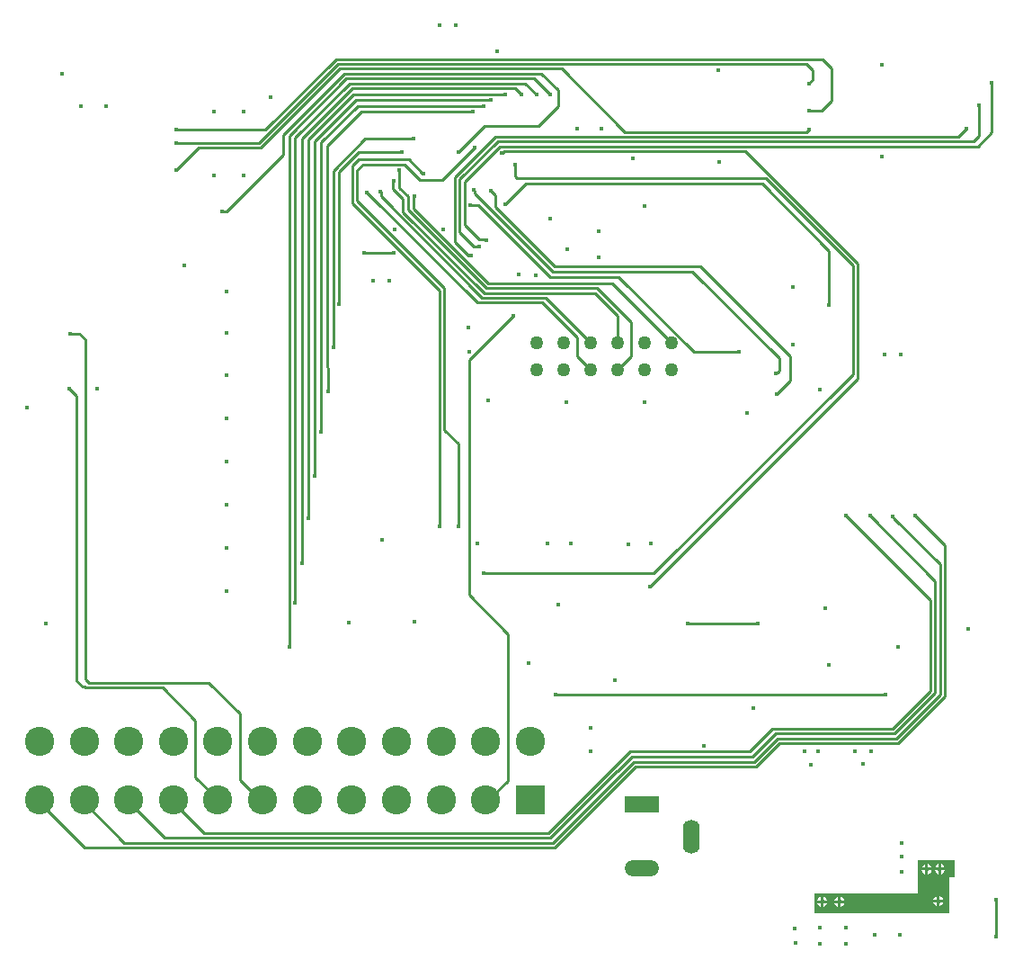
<source format=gbl>
G04*
G04 #@! TF.GenerationSoftware,Altium Limited,Altium Designer,24.6.1 (21)*
G04*
G04 Layer_Physical_Order=4*
G04 Layer_Color=16711680*
%FSLAX44Y44*%
%MOMM*%
G71*
G04*
G04 #@! TF.SameCoordinates,AFB4F5FC-0506-43F6-848E-FD61737C44D3*
G04*
G04*
G04 #@! TF.FilePolarity,Positive*
G04*
G01*
G75*
%ADD14C,0.2540*%
%ADD50R,2.7500X2.7500*%
%ADD51C,2.7500*%
%ADD52C,1.2700*%
%ADD53R,3.2000X1.6000*%
G04:AMPARAMS|DCode=54|XSize=3.2mm|YSize=1.6mm|CornerRadius=0.8mm|HoleSize=0mm|Usage=FLASHONLY|Rotation=180.000|XOffset=0mm|YOffset=0mm|HoleType=Round|Shape=RoundedRectangle|*
%AMROUNDEDRECTD54*
21,1,3.2000,0.0000,0,0,180.0*
21,1,1.6000,1.6000,0,0,180.0*
1,1,1.6000,-0.8000,0.0000*
1,1,1.6000,0.8000,0.0000*
1,1,1.6000,0.8000,0.0000*
1,1,1.6000,-0.8000,0.0000*
%
%ADD54ROUNDEDRECTD54*%
G04:AMPARAMS|DCode=55|XSize=1.6mm|YSize=3.2mm|CornerRadius=0.8mm|HoleSize=0mm|Usage=FLASHONLY|Rotation=180.000|XOffset=0mm|YOffset=0mm|HoleType=Round|Shape=RoundedRectangle|*
%AMROUNDEDRECTD55*
21,1,1.6000,1.6000,0,0,180.0*
21,1,0.0000,3.2000,0,0,180.0*
1,1,1.6000,0.0000,0.8000*
1,1,1.6000,0.0000,0.8000*
1,1,1.6000,0.0000,-0.8000*
1,1,1.6000,0.0000,-0.8000*
%
%ADD55ROUNDEDRECTD55*%
%ADD76C,0.4500*%
G36*
X1678151Y328930D02*
X1672590D01*
Y294640D01*
X1545590D01*
Y313690D01*
X1643380D01*
Y345231D01*
X1678151D01*
Y328930D01*
D02*
G37*
%LPC*%
G36*
X1664970Y341209D02*
Y337820D01*
X1668359D01*
X1667761Y339263D01*
X1666413Y340611D01*
X1664970Y341209D01*
D02*
G37*
G36*
X1662430D02*
X1660987Y340611D01*
X1659639Y339263D01*
X1659041Y337820D01*
X1662430D01*
Y341209D01*
D02*
G37*
G36*
X1652691D02*
Y337820D01*
X1656080D01*
X1655482Y339263D01*
X1654135Y340611D01*
X1652691Y341209D01*
D02*
G37*
G36*
X1650151D02*
X1648708Y340611D01*
X1647361Y339263D01*
X1646763Y337820D01*
X1650151D01*
Y341209D01*
D02*
G37*
G36*
X1668359Y335280D02*
X1664970D01*
Y331891D01*
X1666413Y332489D01*
X1667761Y333837D01*
X1668359Y335280D01*
D02*
G37*
G36*
X1662430D02*
X1659041D01*
X1659639Y333837D01*
X1660987Y332489D01*
X1662430Y331891D01*
Y335280D01*
D02*
G37*
G36*
X1656080D02*
X1652691D01*
Y331891D01*
X1654135Y332489D01*
X1655482Y333837D01*
X1656080Y335280D01*
D02*
G37*
G36*
X1650151D02*
X1646763D01*
X1647361Y333837D01*
X1648708Y332489D01*
X1650151Y331891D01*
Y335280D01*
D02*
G37*
G36*
X1663802Y311124D02*
Y307736D01*
X1667190D01*
X1666592Y309179D01*
X1665245Y310527D01*
X1663802Y311124D01*
D02*
G37*
G36*
X1661262D02*
X1659818Y310527D01*
X1658471Y309179D01*
X1657873Y307736D01*
X1661262D01*
Y311124D01*
D02*
G37*
G36*
X1570543Y310704D02*
Y307316D01*
X1573932D01*
X1573334Y308759D01*
X1571987Y310107D01*
X1570543Y310704D01*
D02*
G37*
G36*
X1568003D02*
X1566560Y310107D01*
X1565212Y308759D01*
X1564615Y307316D01*
X1568003D01*
Y310704D01*
D02*
G37*
G36*
X1554307Y310558D02*
Y307169D01*
X1557695D01*
X1557097Y308613D01*
X1555750Y309960D01*
X1554307Y310558D01*
D02*
G37*
G36*
X1551767D02*
X1550323Y309960D01*
X1548976Y308613D01*
X1548378Y307169D01*
X1551767D01*
Y310558D01*
D02*
G37*
G36*
X1667190Y305196D02*
X1663802D01*
Y301807D01*
X1665245Y302405D01*
X1666592Y303752D01*
X1667190Y305196D01*
D02*
G37*
G36*
X1661262D02*
X1657873D01*
X1658471Y303752D01*
X1659818Y302405D01*
X1661262Y301807D01*
Y305196D01*
D02*
G37*
G36*
X1573932Y304776D02*
X1570543D01*
Y301387D01*
X1571987Y301985D01*
X1573334Y303332D01*
X1573932Y304776D01*
D02*
G37*
G36*
X1568003D02*
X1564615D01*
X1565212Y303332D01*
X1566560Y301985D01*
X1568003Y301387D01*
Y304776D01*
D02*
G37*
G36*
X1557695Y304629D02*
X1554307D01*
Y301241D01*
X1555750Y301839D01*
X1557097Y303186D01*
X1557695Y304629D01*
D02*
G37*
G36*
X1551767D02*
X1548378D01*
X1548976Y303186D01*
X1550323Y301839D01*
X1551767Y301241D01*
Y304629D01*
D02*
G37*
%LPD*%
D14*
X1301750Y500380D02*
X1612900D01*
X1265138Y986799D02*
X1499861D01*
X1263650Y988287D02*
X1265138Y986799D01*
X1263650Y988287D02*
Y999490D01*
X1225179Y975654D02*
X1225554Y975279D01*
Y972816D02*
X1299293Y899077D01*
X1430937D01*
X1300915Y903876D02*
X1438004D01*
X1245306Y959484D02*
Y970654D01*
X1225554Y972816D02*
Y975279D01*
X1245306Y959484D02*
X1300915Y903876D01*
X1241260Y974700D02*
Y975178D01*
Y974700D02*
X1245306Y970654D01*
X1259341Y966907D02*
X1259341D01*
X1254737Y962303D02*
X1259341Y966907D01*
X1259341D02*
X1274144Y981710D01*
X1717040Y273050D02*
Y307340D01*
X1426210Y567690D02*
X1492250D01*
X1234440Y614680D02*
X1394460D01*
X1581922Y802142D02*
Y904737D01*
X1394460Y614680D02*
X1581922Y802142D01*
X1197070Y749965D02*
X1210310Y736725D01*
Y659130D02*
Y736725D01*
X1197070Y749965D02*
Y883190D01*
X1366929Y1030350D02*
X1538089D01*
X1540249Y1032510D02*
X1540557D01*
X1538089Y1030350D02*
X1540249Y1032510D01*
X1216220Y983770D02*
X1249180Y1016730D01*
X1211680Y985650D02*
X1247300Y1021270D01*
X1681065Y1025810D02*
X1688594Y1033339D01*
X1207140Y987531D02*
X1245419Y1025810D01*
X1695271Y1021270D02*
X1700367Y1026367D01*
X1251109Y1010205D02*
X1251592D01*
X1245419Y1025810D02*
X1681065D01*
X1480891Y1012190D02*
X1586463Y906618D01*
X1251592Y1010205D02*
X1253577Y1012190D01*
X1307589Y1089690D02*
X1366929Y1030350D01*
X1249180Y1016730D02*
X1699947D01*
X1712845Y1029628D01*
X1253577Y1012190D02*
X1480891D01*
X1247300Y1021270D02*
X1695271D01*
X1168217Y958015D02*
X1238502Y887730D01*
X1355090D01*
X1162916Y956895D02*
X1236621Y883190D01*
X1340650D01*
X1234741Y878650D02*
X1338770D01*
X1158376Y955014D02*
X1234741Y878650D01*
X1338770D02*
X1360170Y857250D01*
X1340650Y883190D02*
X1372870Y850971D01*
X1355090Y887730D02*
X1410970Y831850D01*
X1361281Y893730D02*
X1432050Y822960D01*
X1229230Y961390D02*
X1296890Y893730D01*
X1361281D01*
X1220470Y594360D02*
Y815503D01*
X1262356Y857390D01*
X1220470Y594360D02*
X1257300Y557530D01*
X1586463Y797793D02*
Y906618D01*
X1390650Y601980D02*
X1586463Y797793D01*
X988060Y955040D02*
X991870D01*
X1045460Y1008630D01*
Y1027750D01*
X1102859Y1085150D01*
X1288480D01*
X1081241Y748185D02*
Y1020281D01*
X1051120Y546069D02*
Y1026990D01*
X1081241Y1020281D02*
X1115899Y1054939D01*
X1062929Y624454D02*
Y1023630D01*
X1086917Y1017067D02*
X1119269Y1049419D01*
X1051120Y1026990D02*
X1104740Y1080610D01*
X1115899Y1054939D02*
X1231833D01*
X1104740Y1080610D02*
X1281590D01*
X1110829Y1071530D02*
X1264000D01*
X1086917Y808660D02*
Y1017067D01*
X1056640Y1024890D02*
X1107820Y1076070D01*
X1119269Y1049419D02*
X1224280D01*
X1056640Y586740D02*
Y1024890D01*
X1107820Y1076070D02*
X1273430D01*
X1062929Y1023630D02*
X1110829Y1071530D01*
X1068967Y1023247D02*
X1111651Y1065931D01*
X1068967Y666579D02*
Y1023247D01*
X1111651Y1065931D02*
X1254443D01*
X1113805Y1060465D02*
X1241147D01*
X1075212Y1021872D02*
X1113805Y1060465D01*
X1075212Y706198D02*
Y1021872D01*
X1619039Y468630D02*
X1654810Y504402D01*
X1484820Y447230D02*
X1506220Y468630D01*
X1619039D01*
X1281590Y1080610D02*
X1296670Y1065530D01*
X1233455Y1054703D02*
X1233830Y1054328D01*
X1232069Y1054703D02*
X1233455D01*
X1231833Y1054939D02*
X1232069Y1054703D01*
X1241147Y1060465D02*
X1241245Y1060368D01*
X1022421Y1019810D02*
X1096841Y1094230D01*
X1538480D02*
X1544320Y1088390D01*
X1553497Y1098770D02*
X1562130Y1090137D01*
X1094960Y1098770D02*
X1553497D01*
X1096841Y1094230D02*
X1538480D01*
X1098721Y1089690D02*
X1307589D01*
X1024301Y1015270D02*
X1098721Y1089690D01*
X1273430Y1076070D02*
X1283970Y1065530D01*
X1264000Y1071530D02*
X1270000Y1065530D01*
X1028700Y1032510D02*
X1094960Y1098770D01*
X1288480Y1085150D02*
X1304290Y1069340D01*
X1286074Y1035884D02*
X1304290Y1054100D01*
Y1069340D01*
X1235354Y1035884D02*
X1286074D01*
X1274144Y981710D02*
X1496337D01*
X1372870Y819150D02*
Y850971D01*
X1360170Y831850D02*
Y857250D01*
X1229650Y929350D02*
X1235470D01*
X1236450Y928370D02*
X1236980D01*
X1216220Y942780D02*
X1229650Y929350D01*
X1235470D02*
X1236450Y928370D01*
X1257300Y419920D02*
Y557530D01*
X1236160Y398780D02*
X1257300Y419920D01*
X1168451Y969366D02*
X1168826Y969741D01*
X1168451Y967980D02*
Y969366D01*
X1168217Y958015D02*
Y967746D01*
X1168451Y967980D01*
X1162916Y956895D02*
Y969484D01*
X1158376Y955014D02*
Y967604D01*
X1232860Y874110D02*
X1292510D01*
X1137219Y969752D02*
X1232860Y874110D01*
X1137219Y969752D02*
Y974129D01*
X1207140Y926460D02*
Y987531D01*
Y926460D02*
X1219367Y914233D01*
X1222093D01*
X1222468Y913858D01*
X1136868Y974480D02*
X1137219Y974129D01*
X1124402Y973528D02*
X1228361Y869570D01*
X1289430D01*
X1121757Y916619D02*
X1122013Y916876D01*
X1149157D01*
X1097820Y992340D02*
X1116401Y1010920D01*
X1097820Y870151D02*
X1097876Y870095D01*
Y868709D02*
X1098251Y868334D01*
X1097820Y870151D02*
Y992340D01*
X1097876Y868709D02*
Y870095D01*
X1092437Y827207D02*
Y993377D01*
X1122680Y1023620D01*
X1086917Y808660D02*
X1087700Y807877D01*
Y786512D02*
Y807877D01*
X1050929Y545878D02*
X1051120Y546069D01*
X1163536Y1004354D02*
X1176835Y991055D01*
X1177247D01*
X1149157Y916876D02*
X1149221Y916812D01*
X1110520Y963319D02*
Y998619D01*
X1116255Y1004354D02*
X1163536D01*
X1122680Y1023620D02*
X1168400D01*
X1116401Y1010920D02*
X1156970D01*
X1110520Y998619D02*
X1116255Y1004354D01*
X1115060Y994410D02*
X1120464Y999814D01*
X1159373D01*
X1115060Y965200D02*
Y994410D01*
X1110520Y963319D02*
X1192530Y881310D01*
X1115060Y965200D02*
X1197070Y883190D01*
X944880Y1019810D02*
X1022421D01*
X965740Y1015270D02*
X1024301D01*
X944880Y1032510D02*
X1028700D01*
X1210770Y1011300D02*
X1235354Y1035884D01*
X1174107Y985080D02*
X1195378D01*
X1225762Y1015464D01*
X1544320Y1079524D02*
Y1088390D01*
X1562130Y1059829D02*
Y1090137D01*
X1540510Y1050290D02*
X1552591D01*
X1562130Y1059829D01*
X1540869Y1076073D02*
X1544320Y1079524D01*
X944880Y994410D02*
X965740Y1015270D01*
X1430937Y899077D02*
X1512570Y817443D01*
Y805257D02*
Y817443D01*
X1509206Y802790D02*
X1509736D01*
X1510716Y803770D02*
X1511082D01*
X1512570Y805257D01*
X1509736Y802790D02*
X1510716Y803770D01*
X1438004Y903876D02*
X1522730Y819150D01*
X1510030Y783590D02*
X1522730Y796290D01*
Y819150D01*
X1432050Y822960D02*
X1474470D01*
X1211680Y935890D02*
X1225253Y922317D01*
X1211680Y935890D02*
Y985650D01*
X1225253Y922317D02*
X1229622D01*
X1216220Y942780D02*
Y983770D01*
X1712845Y1053250D02*
X1712845Y1053250D01*
Y1029628D02*
Y1053250D01*
X1712845Y1053250D02*
Y1076632D01*
X1700367Y1026367D02*
Y1055186D01*
X1221740Y961390D02*
X1229230D01*
X1149026Y976954D02*
X1158376Y967604D01*
X1154669Y977731D02*
X1162916Y969484D01*
X1149026Y976954D02*
Y984127D01*
X1154669Y977731D02*
Y994294D01*
X1292510Y874110D02*
X1334770Y831850D01*
X1289430Y869570D02*
X1322228Y836772D01*
X1149026Y984127D02*
X1149149Y984250D01*
X1159373Y999814D02*
X1174107Y985080D01*
X1559560Y867410D02*
Y918487D01*
X1496337Y981710D02*
X1559560Y918487D01*
X1499861Y986799D02*
X1581922Y904737D01*
X1360170Y806450D02*
X1372870Y819150D01*
X1192530Y659130D02*
Y881310D01*
X1282026Y833794D02*
X1283970Y831850D01*
X931640Y507270D02*
X962660Y476250D01*
X859180Y507270D02*
X931640D01*
X962660Y422910D02*
Y476250D01*
X1004570Y420370D02*
X1026160Y398780D01*
X1004570Y420370D02*
Y482600D01*
X984160Y398780D02*
Y401410D01*
X962660Y422910D02*
X984160Y401410D01*
X850562Y513636D02*
Y781556D01*
X843581Y788536D02*
X850562Y781556D01*
X853387Y840436D02*
X858817Y835006D01*
X844521Y840436D02*
X853387D01*
X858817Y515541D02*
Y835006D01*
X862548Y511810D02*
X975360D01*
X858817Y515541D02*
X862548Y511810D01*
X856198Y508000D02*
X858449D01*
X859180Y507270D01*
X975360Y511810D02*
X1004570Y482600D01*
X850562Y513636D02*
X856198Y508000D01*
X1371790Y447230D02*
X1484820D01*
X1294860Y370300D02*
X1371790Y447230D01*
X1512920Y455010D02*
X1624680D01*
X1375480Y437420D02*
X1488909D01*
X1487029Y441960D02*
X1509159Y464090D01*
X1377361Y432880D02*
X1490790D01*
X1488909Y437420D02*
X1511039Y459550D01*
X1490790Y432880D02*
X1512920Y455010D01*
X1373600Y441960D02*
X1487029D01*
X1509159Y464090D02*
X1620919D01*
X1511039Y459550D02*
X1622800D01*
X1659350Y502521D02*
Y607681D01*
X1622800Y459550D02*
X1663890Y500640D01*
Y623800D01*
X1654810Y504402D02*
Y589559D01*
X1624680Y455010D02*
X1668430Y498760D01*
X1575238Y669130D02*
X1654810Y589559D01*
X1620919Y464090D02*
X1659350Y502521D01*
X1640610Y669130D02*
X1668430Y641311D01*
X1620547Y667143D02*
X1663890Y623800D01*
X1597901Y669130D02*
X1659350Y607681D01*
X1668430Y498760D02*
Y641311D01*
X1620547Y667143D02*
Y667246D01*
X1619567Y668226D02*
X1620547Y667246D01*
X1619567Y668226D02*
Y668757D01*
X816160Y398780D02*
X858260Y356680D01*
X1301161D01*
X1377361Y432880D01*
X1299281Y361220D02*
X1375480Y437420D01*
X895720Y361220D02*
X1299281D01*
X858160Y398780D02*
X895720Y361220D01*
X942160Y398780D02*
X970640Y370300D01*
X933180Y365760D02*
X1296741D01*
X970640Y370300D02*
X1294860D01*
X1296741Y365760D02*
X1359510Y428530D01*
X900160Y398780D02*
X933180Y365760D01*
X1360170Y428530D02*
X1373600Y441960D01*
X1359510Y428530D02*
X1360170D01*
X1322228Y818992D02*
Y836772D01*
Y818992D02*
X1334770Y806450D01*
D50*
X1277971Y402067D02*
D03*
D51*
X1235971D02*
D03*
X1193971D02*
D03*
X1151971D02*
D03*
X1109971D02*
D03*
X1067971D02*
D03*
X1025971D02*
D03*
X983971D02*
D03*
X941971D02*
D03*
X899971D02*
D03*
X857971D02*
D03*
X815971D02*
D03*
X1277971Y457067D02*
D03*
X1235971D02*
D03*
X1193971D02*
D03*
X1151971D02*
D03*
X1109971D02*
D03*
X1067971D02*
D03*
X1025971D02*
D03*
X983971D02*
D03*
X941971D02*
D03*
X899971D02*
D03*
X857971D02*
D03*
X815971D02*
D03*
D52*
X1283970Y806450D02*
D03*
Y831850D02*
D03*
X1309370Y806450D02*
D03*
Y831850D02*
D03*
X1334770Y806450D02*
D03*
Y831850D02*
D03*
X1360170Y806450D02*
D03*
Y831850D02*
D03*
X1385570Y806450D02*
D03*
Y831850D02*
D03*
X1410970Y806450D02*
D03*
Y831850D02*
D03*
D53*
X1382970Y397221D02*
D03*
D54*
Y337221D02*
D03*
D55*
X1429970Y367221D02*
D03*
D76*
X1301750Y500380D02*
D03*
X1263650Y999490D02*
D03*
X1225179Y975654D02*
D03*
X1241260Y975178D02*
D03*
X1254737Y962303D02*
D03*
X1717040Y273050D02*
D03*
Y307340D02*
D03*
X1426210Y567690D02*
D03*
X1492250D02*
D03*
X1276289Y530682D02*
D03*
X1138300Y646438D02*
D03*
X1168693Y569140D02*
D03*
X1107515Y568859D02*
D03*
X1624832Y545333D02*
D03*
X1690209Y562749D02*
D03*
X1370440Y642123D02*
D03*
X1392040Y642868D02*
D03*
X1315880Y643148D02*
D03*
X1294280Y642961D02*
D03*
X1550670Y787400D02*
D03*
X1220584Y823485D02*
D03*
X1219822Y846263D02*
D03*
X1210310Y659130D02*
D03*
X1456071Y1001709D02*
D03*
X1374435Y1005307D02*
D03*
X1662532Y306466D02*
D03*
X1192530Y1130300D02*
D03*
X1207770D02*
D03*
X1262356Y857390D02*
D03*
X1282948Y895121D02*
D03*
X1266840Y895800D02*
D03*
X1008380Y989330D02*
D03*
X1296670Y1065530D02*
D03*
X1241245Y1060368D02*
D03*
X1233830Y1054328D02*
D03*
X1254443Y1065931D02*
D03*
X1224280Y1049419D02*
D03*
X1236980Y928370D02*
D03*
X1168826Y969741D02*
D03*
X1196340Y938530D02*
D03*
X1136868Y974480D02*
D03*
X1124402Y973528D02*
D03*
X1121757Y916619D02*
D03*
X1098251Y868334D02*
D03*
X1092437Y827207D02*
D03*
X1087700Y786512D02*
D03*
X1081241Y748185D02*
D03*
X1075212Y706198D02*
D03*
X1068967Y666579D02*
D03*
X1062929Y624454D02*
D03*
X1050929Y545878D02*
D03*
X1056640Y586740D02*
D03*
X1177247Y991055D02*
D03*
X1149221Y916812D02*
D03*
X1455420Y1088490D02*
D03*
X1247140Y1106070D02*
D03*
X1210770Y1011300D02*
D03*
X1225762Y1015464D02*
D03*
X1251109Y1010205D02*
D03*
X988060Y955040D02*
D03*
X1540557Y1032510D02*
D03*
X1540869Y1076073D02*
D03*
X944880Y994410D02*
D03*
Y1019810D02*
D03*
X1540510Y1050290D02*
D03*
X1033780Y1062990D02*
D03*
X944880Y1032510D02*
D03*
X1609090Y1007110D02*
D03*
Y1093470D02*
D03*
X1509206Y802790D02*
D03*
X1510030Y783590D02*
D03*
X1525307Y829916D02*
D03*
X1474470Y822960D02*
D03*
X1712845Y1076632D02*
D03*
X1700367Y1055186D02*
D03*
X1688594Y1033339D02*
D03*
X1322070Y1033150D02*
D03*
X1344930D02*
D03*
X1283970Y1065530D02*
D03*
X1221740Y961390D02*
D03*
X1313180Y919480D02*
D03*
X1342173Y912020D02*
D03*
X1150620Y938530D02*
D03*
X1222468Y913858D02*
D03*
X1229622Y922317D02*
D03*
X1149149Y984250D02*
D03*
X1154669Y994294D02*
D03*
X1168400Y1023620D02*
D03*
X1156970Y1010920D02*
D03*
X1385500Y960190D02*
D03*
X1296670Y948690D02*
D03*
X1342324Y937123D02*
D03*
X1525270Y883920D02*
D03*
X1482090Y765810D02*
D03*
X1611630Y820420D02*
D03*
X1390650Y601980D02*
D03*
X1238250Y777240D02*
D03*
X1234440Y614680D02*
D03*
X1192530Y659130D02*
D03*
X1228090Y642620D02*
D03*
X869950Y788670D02*
D03*
X843581Y788536D02*
D03*
X844521Y840436D02*
D03*
X1441450Y452750D02*
D03*
X1640610Y669130D02*
D03*
X1619567Y668757D02*
D03*
X1597901Y669130D02*
D03*
X1575238D02*
D03*
X1536700Y447040D02*
D03*
X1583690D02*
D03*
X1598930D02*
D03*
X1549400D02*
D03*
X1357630Y514350D02*
D03*
X1591310Y435610D02*
D03*
X1145540Y890270D02*
D03*
X1130300D02*
D03*
X878840Y1054100D02*
D03*
X854710D02*
D03*
X836930Y1084580D02*
D03*
X1559560Y528320D02*
D03*
X1550796Y281221D02*
D03*
X1550860Y266532D02*
D03*
X1574969Y281422D02*
D03*
X1574990Y266532D02*
D03*
X1602428Y274891D02*
D03*
X1626558D02*
D03*
X1527810Y266700D02*
D03*
X1527525Y280619D02*
D03*
X1488440Y487680D02*
D03*
X821690Y567690D02*
D03*
X1612900Y500380D02*
D03*
X1335214Y469424D02*
D03*
X1542760Y434700D02*
D03*
X1555750Y581660D02*
D03*
X1626870Y820420D02*
D03*
X1559560Y867410D02*
D03*
X1270000Y1065530D02*
D03*
X980440Y1049020D02*
D03*
X1008380D02*
D03*
X980440Y989330D02*
D03*
X1304290Y585470D02*
D03*
X991997Y598043D02*
D03*
X991870Y638810D02*
D03*
Y679450D02*
D03*
Y720090D02*
D03*
Y760730D02*
D03*
Y801370D02*
D03*
Y840740D02*
D03*
Y880110D02*
D03*
X1334909Y447179D02*
D03*
X803853Y770738D02*
D03*
X1311910Y775970D02*
D03*
X1385582Y776098D02*
D03*
X952500Y904240D02*
D03*
X1627693Y334407D02*
D03*
Y361077D02*
D03*
X1663700Y336550D02*
D03*
X1627693Y348377D02*
D03*
X1569273Y306046D02*
D03*
X1651421Y336550D02*
D03*
X1553037Y305899D02*
D03*
M02*

</source>
